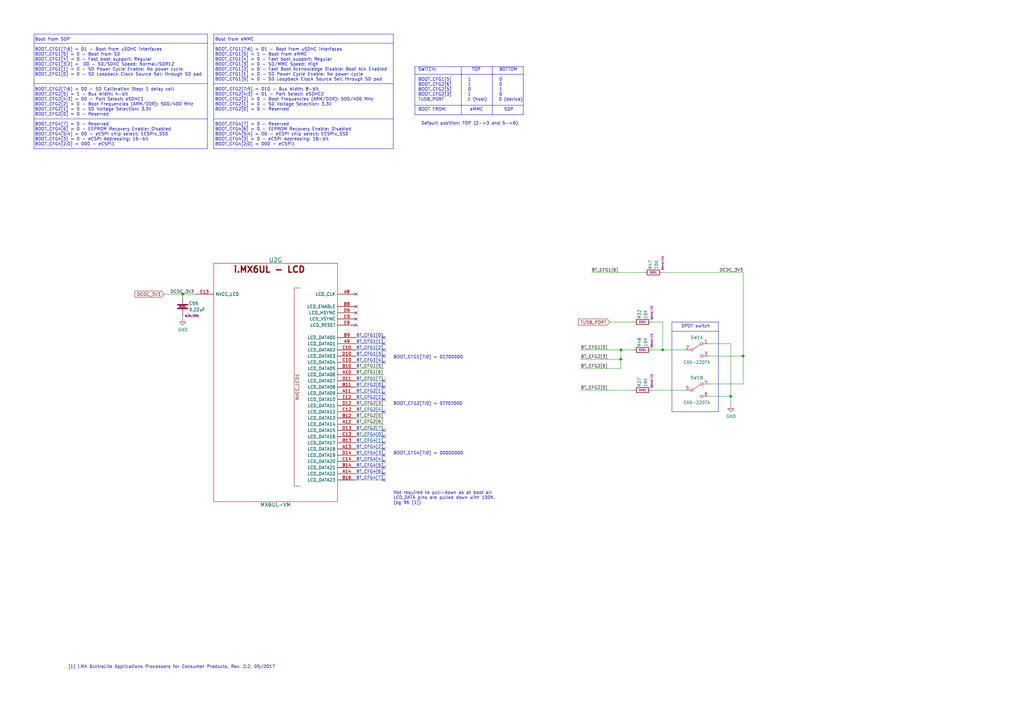
<source format=kicad_sch>
(kicad_sch (version 20230121) (generator eeschema)
  (paper "A3")
  (title_block (title "USB armory Mk II LAN") (date "2023-10-02") (rev "β") (company "WithSecure") (comment 1 "Copyright © WithSecure Corporation") (comment 2 "License: CERN-OHL-S") (comment 3 "https://github.com/usbarmory/usbarmory"))
  (lib_symbols
    (symbol "Device:C" (pin_numbers hide) (pin_names (offset 0.254))
      (property "Reference" "C" (at 0.635 2.54 0))
      (property "Value" "C" (at 0.635 -2.54 0))
      (symbol "C_0_1"
        (polyline (pts (xy -2.032 -0.762) (xy 2.032 -0.762)) (stroke (width 0.508)))
        (polyline (pts (xy -2.032 0.762) (xy 2.032 0.762)) (stroke (width 0.508)))
      )
      (symbol "C_1_1"
        (pin passive line (at 0 3.81 270) (length 2.794) (name "~") (number "1"))
        (pin passive line (at 0 -3.81 90) (length 2.794) (name "~") (number "2"))
      )
    )
    (symbol "Device:R" (pin_numbers hide) (pin_names (offset 0))
      (property "Reference" "R" (at 2.032 0 90))
      (property "Value" "R" (at 0 0 90))
      (symbol "R_0_1"
        (rectangle (start -1.016 -2.54) (end 1.016 2.54) (stroke (width 0.254)))
      )
      (symbol "R_1_1"
        (pin passive line (at 0 3.81 270) (length 1.27) (name "~") (number "1"))
        (pin passive line (at 0 -3.81 90) (length 1.27) (name "~") (number "2"))
      )
    )
    (symbol "Power:GND" (power) (pin_names (offset 0))
      (property "Value" "GND" (at 0 -3.81 0))
      (symbol "GND_0_1"
        (polyline (pts (xy 0 0) (xy 0 -1.27) (xy 1.27 -1.27) (xy 0 -2.54) (xy -1.27 -1.27) (xy 0 -1.27)))
      )
      (symbol "GND_1_1"
        (pin power_in line (at 0 0 270) (length 0) hide (name "GND") (number "1"))
      )
    )
    (symbol "Switch:SW_DPDT_x2" (pin_names (offset 0) hide)
      (property "Reference" "SW" (at 0 4.318 0))
      (property "Value" "SW_DPDT_x2" (at 0 -5.08 0))
      (symbol "SW_DPDT_x2_0_0"
        (circle (center -2.032 0) (radius 0.508))
        (circle (center 2.032 -2.54) (radius 0.508))
      )
      (symbol "SW_DPDT_x2_0_1"
        (polyline (pts (xy -1.524 0.254) (xy 1.651 2.286)))
        (circle (center 2.032 2.54) (radius 0.508))
      )
      (symbol "SW_DPDT_x2_1_1"
        (pin passive line (at 5.08 2.54 180) (length 2.54) (name "A") (number "1"))
        (pin passive line (at -5.08 0 0) (length 2.54) (name "B") (number "2"))
        (pin passive line (at 5.08 -2.54 180) (length 2.54) (name "C") (number "3"))
      )
      (symbol "SW_DPDT_x2_2_1"
        (pin passive line (at 5.08 2.54 180) (length 2.54) (name "A") (number "4"))
        (pin passive line (at -5.08 0 0) (length 2.54) (name "B") (number "5"))
        (pin passive line (at 5.08 -2.54 180) (length 2.54) (name "C") (number "6"))
      )
    )
    (symbol "armory-mkII:MX6UL-VM" (pin_names (offset 0.762))
      (property "Reference" "U" (at 7.62 5.08 0))
      (property "Value" "MX6UL-VM" (at -5.08 5.08 0))
      (symbol "MX6UL-VM_1_0"
        (text "i.MX6UL - POWER" (at 0 -2.54 0) (effects (font (size 2.54 2.54) bold)))
      )
      (symbol "MX6UL-VM_1_1"
        (rectangle (start -25.4 0) (end 25.4 -132.08))
        (pin power_in line (at -33.02 -68.58 0) (length 7.62) (name "VSS1") (number "A1"))
        (pin power_in line (at -33.02 -71.12 0) (length 7.62) (name "VSS2") (number "A17"))
        (pin power_in line (at -33.02 -78.74 0) (length 7.62) (name "VSS5") (number "C11"))
        (pin power_in line (at -33.02 -81.28 0) (length 7.62) (name "VSS6") (number "C15"))
        (pin power_in line (at -33.02 -73.66 0) (length 7.62) (name "VSS3") (number "C3"))
        (pin power_in line (at -33.02 -76.2 0) (length 7.62) (name "VSS4") (number "C7"))
        (pin power_in line (at -33.02 -86.36 0) (length 7.62) (name "VSS8") (number "E11"))
        (pin power_in line (at -33.02 -83.82 0) (length 7.62) (name "VSS7") (number "E8"))
        (pin power_in line (at -33.02 -99.06 0) (length 7.62) (name "VSS13") (number "F10"))
        (pin power_in line (at -33.02 -101.6 0) (length 7.62) (name "VSS14") (number "F11"))
        (pin power_in line (at -33.02 -104.14 0) (length 7.62) (name "VSS15") (number "F12"))
        (pin power_in line (at -33.02 -88.9 0) (length 7.62) (name "VSS9") (number "F6"))
        (pin power_in line (at -33.02 -91.44 0) (length 7.62) (name "VSS10") (number "F7"))
        (pin power_in line (at -33.02 -93.98 0) (length 7.62) (name "VSS11") (number "F8"))
        (pin power_in line (at -33.02 -96.52 0) (length 7.62) (name "VSS12") (number "F9"))
        (pin passive line (at 33.02 -10.16 180) (length 7.62) (name "VDD_ARM_CAP2") (number "G10"))
        (pin passive line (at 33.02 -12.7 180) (length 7.62) (name "VDD_ARM_CAP3") (number "G11"))
        (pin power_in line (at -33.02 -114.3 0) (length 7.62) (name "VSS19") (number "G12"))
        (pin power_in line (at -33.02 -116.84 0) (length 7.62) (name "VSS20") (number "G15"))
        (pin power_in line (at -33.02 -106.68 0) (length 7.62) (name "VSS16") (number "G3"))
        (pin power_in line (at -33.02 -109.22 0) (length 7.62) (name "VSS17") (number "G5"))
        (pin power_in line (at -33.02 -111.76 0) (length 7.62) (name "VSS18") (number "G7"))
        (pin power_out line (at 33.02 -20.32 180) (length 7.62) (name "VDD_SOC_CAP1") (number "G8"))
        (pin power_out line (at 33.02 -7.62 180) (length 7.62) (name "VDD_ARM_CAP1") (number "G9"))
        (pin power_in line (at -33.02 -15.24 0) (length 7.62) (name "VDD_SOC_IN2") (number "H10"))
        (pin passive line (at 33.02 -15.24 180) (length 7.62) (name "VDD_ARM_CAP4") (number "H11"))
        (pin power_in line (at -33.02 -121.92 0) (length 7.62) (name "VSS22") (number "H12"))
        (pin power_in line (at -33.02 -119.38 0) (length 7.62) (name "VSS21") (number "H7"))
        (pin passive line (at 33.02 -22.86 180) (length 7.62) (name "VDD_SOC_CAP2") (number "H8"))
        (pin power_in line (at -33.02 -12.7 0) (length 7.62) (name "VDD_SOC_IN1") (number "H9"))
        (pin power_in line (at -33.02 -20.32 0) (length 7.62) (name "VDD_SOC_IN4") (number "J10"))
        (pin passive line (at 33.02 -27.94 180) (length 7.62) (name "VDD_SOC_CAP4") (number "J11"))
        (pin power_in line (at 33.02 -121.92 180) (length 7.62) (name "VSS25") (number "J12"))
        (pin power_in line (at -33.02 -124.46 0) (length 7.62) (name "VSS23") (number "J5"))
        (pin power_in line (at 33.02 -124.46 180) (length 7.62) (name "VSS24") (number "J7"))
        (pin passive line (at 33.02 -25.4 180) (length 7.62) (name "VDD_SOC_CAP3") (number "J8"))
        (pin power_in line (at -33.02 -17.78 0) (length 7.62) (name "VDD_SOC_IN3") (number "J9"))
        (pin power_in line (at -33.02 -25.4 0) (length 7.62) (name "VDD_SOC_IN6") (number "K10"))
        (pin passive line (at 33.02 -33.02 180) (length 7.62) (name "VDD_SOC_CAP6") (number "K11"))
        (pin power_in line (at 33.02 -116.84 180) (length 7.62) (name "VSS27") (number "K12"))
        (pin power_in line (at 33.02 -119.38 180) (length 7.62) (name "VSS26") (number "K7"))
        (pin passive line (at 33.02 -30.48 180) (length 7.62) (name "VDD_SOC_CAP5") (number "K8"))
        (pin power_in line (at -33.02 -22.86 0) (length 7.62) (name "VDD_SOC_IN5") (number "K9"))
        (pin passive line (at 33.02 -40.64 180) (length 7.62) (name "VDD_SOC_CAP9") (number "L10"))
        (pin passive line (at 33.02 -43.18 180) (length 7.62) (name "VDD_SOC_CAP10") (number "L11"))
        (pin power_in line (at 33.02 -109.22 180) (length 7.62) (name "VSS30") (number "L12"))
        (pin power_in line (at 33.02 -114.3 180) (length 7.62) (name "VSS28") (number "L3"))
        (pin power_in line (at 33.02 -111.76 180) (length 7.62) (name "VSS29") (number "L7"))
        (pin passive line (at 33.02 -35.56 180) (length 7.62) (name "VDD_SOC_CAP7") (number "L8"))
        (pin passive line (at 33.02 -38.1 180) (length 7.62) (name "VDD_SOC_CAP8") (number "L9"))
        (pin power_in line (at 33.02 -99.06 180) (length 7.62) (name "VSS34") (number "M10"))
        (pin power_in line (at 33.02 -96.52 180) (length 7.62) (name "VSS35") (number "M11"))
        (pin power_in line (at -33.02 -66.04 0) (length 7.62) (name "NGND_KEL0") (number "M12"))
        (pin power_in line (at 33.02 -106.68 180) (length 7.62) (name "VSS31") (number "M7"))
        (pin power_in line (at 33.02 -104.14 180) (length 7.62) (name "VSS32") (number "M8"))
        (pin power_in line (at 33.02 -101.6 180) (length 7.62) (name "VSS33") (number "M9"))
        (pin power_out line (at 33.02 -60.96 180) (length 7.62) (name "VDD_SNVS_CAP") (number "N12"))
        (pin power_in line (at -33.02 -40.64 0) (length 7.62) (name "VDD_HIGH_IN") (number "N13"))
        (pin power_in line (at 33.02 -93.98 180) (length 7.62) (name "VSS36") (number "N3"))
        (pin power_in line (at 33.02 -91.44 180) (length 7.62) (name "VSS37") (number "N5"))
        (pin power_in line (at -33.02 -50.8 0) (length 7.62) (name "VDD_SNVS_IN") (number "P12"))
        (pin power_out line (at 33.02 -55.88 180) (length 7.62) (name "NVCC_PLL") (number "P13"))
        (pin power_in line (at 33.02 -81.28 180) (length 7.62) (name "VSS41") (number "R11"))
        (pin power_out line (at 33.02 -48.26 180) (length 7.62) (name "VDD_HIGH_CAP1") (number "R14"))
        (pin passive line (at 33.02 -50.8 180) (length 7.62) (name "VDD_HIGH_CAP2") (number "R15"))
        (pin power_in line (at 33.02 -78.74 180) (length 7.62) (name "VSS42") (number "R16"))
        (pin power_in line (at 33.02 -76.2 180) (length 7.62) (name "VSS43") (number "R17"))
        (pin power_in line (at 33.02 -88.9 180) (length 7.62) (name "VSS38") (number "R3"))
        (pin power_in line (at 33.02 -86.36 180) (length 7.62) (name "VSS39") (number "R5"))
        (pin power_in line (at 33.02 -83.82 180) (length 7.62) (name "VSS40") (number "R7"))
        (pin power_in line (at 33.02 -73.66 180) (length 7.62) (name "VSS44") (number "T14"))
        (pin power_in line (at 33.02 -71.12 180) (length 7.62) (name "VSS45") (number "U1"))
        (pin power_in line (at 33.02 -68.58 180) (length 7.62) (name "VSS46") (number "U14"))
        (pin power_in line (at 33.02 -66.04 180) (length 7.62) (name "VSS47") (number "U17"))
      )
      (symbol "MX6UL-VM_2_0"
        (text "i.MX6UL - DDR" (at -1.27 -2.54 0) (effects (font (size 2.54 2.54) bold)))
      )
      (symbol "MX6UL-VM_2_1"
        (rectangle (start -25.4 0) (end 25.4 -114.3))
        (pin output line (at 33.02 -73.66 180) (length 7.62) (name "DRAM_ODT1") (number "F1"))
        (pin output line (at -33.02 -48.26 0) (length 7.62) (name "DRAM_ADDR14") (number "G1"))
        (pin output line (at -33.02 -27.94 0) (length 7.62) (name "DRAM_ADDR06") (number "G2"))
        (pin output line (at -33.02 -91.44 0) (length 7.62) (name "DRAM_RESET") (number "G4"))
        (pin power_in line (at 33.02 -88.9 180) (length 7.62) (name "NVCC_DRAM1") (number "G6"))
        (pin output line (at -33.02 -58.42 0) (length 7.62) (name "DRAM_SDBA1") (number "H1"))
        (pin output line (at -33.02 -15.24 0) (length 7.62) (name "DRAM_ADDR01") (number "H2"))
        (pin output line (at -33.02 -45.72 0) (length 7.62) (name "DRAM_ADDR13") (number "H3"))
        (pin output line (at -33.02 -30.48 0) (length 7.62) (name "DRAM_ADDR07") (number "H4"))
        (pin output inverted (at -33.02 -68.58 0) (length 7.62) (name "~{DRAM_CS1}") (number "H5"))
        (pin power_in line (at 33.02 -91.44 180) (length 7.62) (name "NVCC_DRAM2") (number "H6"))
        (pin output inverted (at -33.02 -78.74 0) (length 7.62) (name "~{DRAM_SDWE}") (number "J1"))
        (pin output inverted (at -33.02 -76.2 0) (length 7.62) (name "~{DRAM_CAS}") (number "J2"))
        (pin output line (at 33.02 -81.28 180) (length 7.62) (name "DRAM_SDCKE1") (number "J3"))
        (pin output line (at -33.02 -33.02 0) (length 7.62) (name "DRAM_ADDR08") (number "J4"))
        (pin power_in line (at 33.02 -93.98 180) (length 7.62) (name "NVCC_DRAM3") (number "J6"))
        (pin output line (at -33.02 -17.78 0) (length 7.62) (name "DRAM_ADDR02") (number "K1"))
        (pin output line (at -33.02 -60.96 0) (length 7.62) (name "DRAM_SDBA2") (number "K2"))
        (pin output line (at -33.02 -40.64 0) (length 7.62) (name "DRAM_ADDR11") (number "K3"))
        (pin output line (at -33.02 -22.86 0) (length 7.62) (name "DRAM_ADDR04") (number "K4"))
        (pin output line (at -33.02 -50.8 0) (length 7.62) (name "DRAM_ADDR15") (number "K5"))
        (pin power_in line (at 33.02 -96.52 180) (length 7.62) (name "NVCC_DRAM4") (number "K6"))
        (pin output line (at -33.02 -25.4 0) (length 7.62) (name "DRAM_ADDR05") (number "L1"))
        (pin output line (at -33.02 -35.56 0) (length 7.62) (name "DRAM_ADDR09") (number "L2"))
        (pin output line (at -33.02 -43.18 0) (length 7.62) (name "DRAM_ADDR12") (number "L4"))
        (pin output line (at -33.02 -12.7 0) (length 7.62) (name "DRAM_ADDR00") (number "L5"))
        (pin power_in line (at 33.02 -99.06 180) (length 7.62) (name "NVCC_DRAM5") (number "L6"))
        (pin output line (at -33.02 -55.88 0) (length 7.62) (name "DRAM_SDBA0") (number "M1"))
        (pin output line (at -33.02 -20.32 0) (length 7.62) (name "DRAM_ADDR03") (number "M2"))
        (pin output line (at 33.02 -83.82 180) (length 7.62) (name "DRAM_SDCKE0") (number "M3"))
        (pin output line (at -33.02 -38.1 0) (length 7.62) (name "DRAM_ADDR10") (number "M4"))
        (pin output inverted (at -33.02 -73.66 0) (length 7.62) (name "~{DRAM_RAS}") (number "M5"))
        (pin power_in line (at 33.02 -101.6 180) (length 7.62) (name "NVCC_DRAM6") (number "M6"))
        (pin output line (at 33.02 -76.2 180) (length 7.62) (name "DRAM_ODT0") (number "N1"))
        (pin output inverted (at -33.02 -66.04 0) (length 7.62) (name "~{DRAM_CS0}") (number "N2"))
        (pin input line (at -33.02 -96.52 0) (length 7.62) (name "DRAM_ZQPAD") (number "N4"))
        (pin power_in line (at -33.02 -101.6 0) (length 7.62) (name "NVCC_DRAM_2P5") (number "N6"))
        (pin output line (at -33.02 -83.82 0) (length 7.62) (name "DRAM_SDCLK0_P") (number "P1"))
        (pin output line (at -33.02 -86.36 0) (length 7.62) (name "DRAM_SDCLK0_N") (number "P2"))
        (pin bidirectional line (at 33.02 -55.88 180) (length 7.62) (name "DRAM_DATA13") (number "P3"))
        (pin power_in line (at -33.02 -106.68 0) (length 7.62) (name "DRAM_VREF") (number "P4"))
        (pin bidirectional line (at 33.02 -53.34 180) (length 7.62) (name "DRAM_DATA12") (number "P5"))
        (pin output line (at 33.02 -33.02 180) (length 7.62) (name "DRAM_SDQS0_P") (number "P6"))
        (pin output line (at 33.02 -35.56 180) (length 7.62) (name "DRAM_SDQS0_N") (number "P7"))
        (pin bidirectional line (at 33.02 -60.96 180) (length 7.62) (name "DRAM_DATA15") (number "R1"))
        (pin bidirectional line (at 33.02 -58.42 180) (length 7.62) (name "DRAM_DATA14") (number "R2"))
        (pin bidirectional line (at 33.02 -50.8 180) (length 7.62) (name "DRAM_DATA11") (number "R4"))
        (pin output line (at 33.02 -63.5 180) (length 7.62) (name "DRAM_SDQS1_P") (number "T1"))
        (pin output line (at 33.02 -66.04 180) (length 7.62) (name "DRAM_SDQS1_N") (number "T2"))
        (pin output line (at 33.02 -68.58 180) (length 7.62) (name "DRAM_DQM1") (number "T3"))
        (pin bidirectional line (at 33.02 -12.7 180) (length 7.62) (name "DRAM_DATA00") (number "T4"))
        (pin bidirectional line (at 33.02 -27.94 180) (length 7.62) (name "DRAM_DATA06") (number "T5"))
        (pin bidirectional line (at 33.02 -17.78 180) (length 7.62) (name "DRAM_DATA02") (number "T6"))
        (pin output line (at 33.02 -38.1 180) (length 7.62) (name "DRAM_DQM0") (number "T7"))
        (pin bidirectional line (at 33.02 -25.4 180) (length 7.62) (name "DRAM_DATA05") (number "T8"))
        (pin bidirectional line (at 33.02 -43.18 180) (length 7.62) (name "DRAM_DATA08") (number "U2"))
        (pin bidirectional line (at 33.02 -45.72 180) (length 7.62) (name "DRAM_DATA09") (number "U3"))
        (pin bidirectional line (at 33.02 -30.48 180) (length 7.62) (name "DRAM_DATA07") (number "U4"))
        (pin bidirectional line (at 33.02 -48.26 180) (length 7.62) (name "DRAM_DATA10") (number "U5"))
        (pin bidirectional line (at 33.02 -15.24 180) (length 7.62) (name "DRAM_DATA01") (number "U6"))
        (pin bidirectional line (at 33.02 -20.32 180) (length 7.62) (name "DRAM_DATA03") (number "U7"))
        (pin bidirectional line (at 33.02 -22.86 180) (length 7.62) (name "DRAM_DATA04") (number "U8"))
      )
      (symbol "MX6UL-VM_3_0"
        (text "i.MX6UL - NAND" (at -2.54 -2.54 0) (effects (font (size 2.54 2.54) bold)))
        (text "NVCC_NAND" (at 8.89 -34.29 900) (effects (font (size 1.27 1.27))))
      )
      (symbol "MX6UL-VM_3_1"
        (rectangle (start -25.4 0) (end 25.4 -64.77))
        (polyline (pts (xy 10.16 -10.16) (xy 7.62 -10.16) (xy 7.62 -60.96) (xy 10.16 -60.96)))
        (pin input inverted (at 33.02 -33.02 180) (length 7.62) (name "~{NAND_READY}") (number "A3"))
        (pin input line (at 33.02 -22.86 180) (length 7.62) (name "NAND_CLE") (number "A4"))
        (pin bidirectional line (at 33.02 -58.42 180) (length 7.62) (name "NAND_DATA07") (number "A5"))
        (pin bidirectional line (at 33.02 -55.88 180) (length 7.62) (name "NAND_DATA06") (number "A6"))
        (pin bidirectional line (at 33.02 -45.72 180) (length 7.62) (name "NAND_DATA02") (number "A7"))
        (pin input line (at 33.02 -20.32 180) (length 7.62) (name "NAND_ALE") (number "B4"))
        (pin input inverted (at 33.02 -15.24 180) (length 7.62) (name "~{NAND_CE1}") (number "B5"))
        (pin bidirectional line (at 33.02 -53.34 180) (length 7.62) (name "NAND_DATA05") (number "B6"))
        (pin bidirectional line (at 33.02 -43.18 180) (length 7.62) (name "NAND_DATA01") (number "B7"))
        (pin input inverted (at 33.02 -12.7 180) (length 7.62) (name "~{NAND_CE0}") (number "C5"))
        (pin bidirectional line (at 33.02 -50.8 180) (length 7.62) (name "NAND_DATA04") (number "C6"))
        (pin input inverted (at 33.02 -27.94 180) (length 7.62) (name "~{NAND_WE}") (number "C8"))
        (pin input inverted (at 33.02 -30.48 180) (length 7.62) (name "~{NAND_WP}") (number "D5"))
        (pin bidirectional line (at 33.02 -48.26 180) (length 7.62) (name "NAND_DATA03") (number "D6"))
        (pin bidirectional line (at 33.02 -40.64 180) (length 7.62) (name "NAND_DATA00") (number "D7"))
        (pin input inverted (at 33.02 -25.4 180) (length 7.62) (name "~{NAND_RE}") (number "D8"))
        (pin input line (at 33.02 -35.56 180) (length 7.62) (name "NAND_DQS") (number "E6"))
        (pin power_in line (at -33.02 -12.7 0) (length 7.62) (name "NVCC_NAND") (number "E7"))
      )
      (symbol "MX6UL-VM_4_0"
        (text "i.MX6UL - CSI" (at -2.54 -2.54 0) (effects (font (size 2.54 2.54) bold)))
        (text "NVCC_CSI" (at 8.89 -29.21 900) (effects (font (size 1.27 1.27))))
      )
      (symbol "MX6UL-VM_4_1"
        (rectangle (start -25.4 0) (end 25.4 -55.88))
        (polyline (pts (xy 10.16 -10.16) (xy 7.62 -10.16) (xy 7.62 -48.26) (xy 8.89 -48.26) (xy 10.16 -48.26)))
        (pin bidirectional line (at 33.02 -45.72 180) (length 7.62) (name "CSI_DATA07") (number "D1"))
        (pin bidirectional line (at 33.02 -43.18 180) (length 7.62) (name "CSI_DATA06") (number "D2"))
        (pin bidirectional line (at 33.02 -40.64 180) (length 7.62) (name "CSI_DATA05") (number "D3"))
        (pin bidirectional line (at 33.02 -38.1 180) (length 7.62) (name "CSI_DATA04") (number "D4"))
        (pin bidirectional line (at 33.02 -35.56 180) (length 7.62) (name "CSI_DATA03") (number "E1"))
        (pin bidirectional line (at 33.02 -33.02 180) (length 7.62) (name "CSI_DATA02") (number "E2"))
        (pin bidirectional line (at 33.02 -30.48 180) (length 7.62) (name "CSI_DATA01") (number "E3"))
        (pin bidirectional line (at 33.02 -27.94 180) (length 7.62) (name "CSI_DATA00") (number "E4"))
        (pin input line (at 33.02 -15.24 180) (length 7.62) (name "CSI_PIXCLK") (number "E5"))
        (pin input line (at 33.02 -20.32 180) (length 7.62) (name "CSI_VSYNC") (number "F2"))
        (pin input line (at 33.02 -22.86 180) (length 7.62) (name "CSI_HSYNC") (number "F3"))
        (pin power_in line (at -33.02 -12.7 0) (length 7.62) (name "NVCC_CSI") (number "F4"))
        (pin input line (at 33.02 -12.7 180) (length 7.62) (name "CSI_MCLK") (number "F5"))
      )
      (symbol "MX6UL-VM_5_0"
        (text "i.MX6UL - GPIO" (at -2.54 -2.54 0) (effects (font (size 2.54 2.54) bold)))
        (text "NVCC_GPIO" (at 8.89 -24.13 900) (effects (font (size 1.27 1.27))))
      )
      (symbol "MX6UL-VM_5_1"
        (rectangle (start -25.4 0) (end 25.4 -46.99))
        (polyline (pts (xy 10.16 -10.16) (xy 7.62 -10.16) (xy 7.62 -38.1) (xy 8.89 -38.1) (xy 10.16 -38.1)))
        (pin power_in line (at -33.02 -12.7 0) (length 7.62) (name "NVCC_GPIO") (number "J13"))
        (pin bidirectional line (at 33.02 -12.7 180) (length 7.62) (name "GPIO1_IO00") (number "K13"))
        (pin bidirectional line (at 33.02 -27.94 180) (length 7.62) (name "GPIO1_IO06") (number "K17"))
        (pin bidirectional line (at 33.02 -17.78 180) (length 7.62) (name "GPIO1_IO02") (number "L14"))
        (pin bidirectional line (at 33.02 -15.24 180) (length 7.62) (name "GPIO1_IO01") (number "L15"))
        (pin bidirectional line (at 33.02 -30.48 180) (length 7.62) (name "GPIO1_IO07") (number "L16"))
        (pin bidirectional line (at 33.02 -20.32 180) (length 7.62) (name "GPIO1_IO03") (number "L17"))
        (pin bidirectional line (at 33.02 -35.56 180) (length 7.62) (name "GPIO1_IO09") (number "M15"))
        (pin bidirectional line (at 33.02 -22.86 180) (length 7.62) (name "GPIO1_IO04") (number "M16"))
        (pin bidirectional line (at 33.02 -25.4 180) (length 7.62) (name "GPIO1_IO05") (number "M17"))
        (pin bidirectional line (at 33.02 -33.02 180) (length 7.62) (name "GPIO1_IO08") (number "N17"))
      )
      (symbol "MX6UL-VM_6_0"
        (text "i.MX6UL - ENET" (at -2.54 -2.54 0) (effects (font (size 2.54 2.54) bold)))
        (text "NVCC_ENET" (at 6.35 -35.56 900) (effects (font (size 1.27 1.27))))
      )
      (symbol "MX6UL-VM_6_1"
        (rectangle (start -25.4 0) (end 25.4 -59.69))
        (polyline (pts (xy 7.62 -10.16) (xy 5.08 -10.16) (xy 5.08 -55.88) (xy 7.62 -55.88)))
        (pin bidirectional line (at 33.02 -35.56 180) (length 7.62) (name "ENET2_TX_DATA0") (number "A15"))
        (pin bidirectional line (at 33.02 -38.1 180) (length 7.62) (name "ENET2_TX_DATA1") (number "A16"))
        (pin bidirectional line (at 33.02 -40.64 180) (length 7.62) (name "ENET2_TX_EN") (number "B15"))
        (pin bidirectional line (at 33.02 -53.34 180) (length 7.62) (name "ENET2_RX_EN") (number "B17"))
        (pin bidirectional line (at 33.02 -48.26 180) (length 7.62) (name "ENET2_RX_DATA1") (number "C16"))
        (pin bidirectional line (at 33.02 -45.72 180) (length 7.62) (name "ENET2_RX_DATA0") (number "C17"))
        (pin bidirectional line (at 33.02 -27.94 180) (length 7.62) (name "ENET1_RX_ER") (number "D15"))
        (pin bidirectional line (at 33.02 -50.8 180) (length 7.62) (name "ENET2_RX_ER") (number "D16"))
        (pin bidirectional line (at 33.02 -43.18 180) (length 7.62) (name "ENET2_TX_CLK") (number "D17"))
        (pin bidirectional line (at 33.02 -15.24 180) (length 7.62) (name "ENET1_TX_DATA1") (number "E14"))
        (pin bidirectional line (at 33.02 -12.7 180) (length 7.62) (name "ENET1_TX_DATA0") (number "E15"))
        (pin bidirectional line (at 33.02 -30.48 180) (length 7.62) (name "ENET1_RX_EN") (number "E16"))
        (pin bidirectional line (at 33.02 -25.4 180) (length 7.62) (name "ENET1_RX_DATA1") (number "E17"))
        (pin power_in line (at -33.02 -12.7 0) (length 7.62) (name "NVCC_ENET") (number "F13"))
        (pin bidirectional line (at 33.02 -20.32 180) (length 7.62) (name "ENET1_TX_CLK") (number "F14"))
        (pin bidirectional line (at 33.02 -17.78 180) (length 7.62) (name "ENET1_TX_EN") (number "F15"))
        (pin bidirectional line (at 33.02 -22.86 180) (length 7.62) (name "ENET1_RX_DATA0") (number "F16"))
      )
      (symbol "MX6UL-VM_7_0"
        (text "i.MX6UL - LCD" (at -2.54 -2.54 0) (effects (font (size 2.54 2.54) bold)))
        (text "NVCC_LCD1" (at 8.89 -50.8 900) (effects (font (size 1.27 1.27))))
      )
      (symbol "MX6UL-VM_7_1"
        (rectangle (start -25.4 0) (end 25.4 -97.79))
        (polyline (pts (xy 10.16 -10.16) (xy 7.62 -10.16) (xy 7.62 -91.44) (xy 10.16 -91.44)))
        (pin bidirectional line (at 33.02 -45.72 180) (length 7.62) (name "LCD_DATA06") (number "A10"))
        (pin bidirectional line (at 33.02 -53.34 180) (length 7.62) (name "LCD_DATA09") (number "A11"))
        (pin bidirectional line (at 33.02 -66.04 180) (length 7.62) (name "LCD_DATA14") (number "A12"))
        (pin bidirectional line (at 33.02 -76.2 180) (length 7.62) (name "LCD_DATA18") (number "A13"))
        (pin bidirectional line (at 33.02 -86.36 180) (length 7.62) (name "LCD_DATA22") (number "A14"))
        (pin bidirectional line (at 33.02 -12.7 180) (length 7.62) (name "LCD_CLK") (number "A8"))
        (pin bidirectional line (at 33.02 -33.02 180) (length 7.62) (name "LCD_DATA01") (number "A9"))
        (pin bidirectional line (at 33.02 -43.18 180) (length 7.62) (name "LCD_DATA05") (number "B10"))
        (pin bidirectional line (at 33.02 -50.8 180) (length 7.62) (name "LCD_DATA08") (number "B11"))
        (pin bidirectional line (at 33.02 -63.5 180) (length 7.62) (name "LCD_DATA13") (number "B12"))
        (pin bidirectional line (at 33.02 -73.66 180) (length 7.62) (name "LCD_DATA17") (number "B13"))
        (pin bidirectional line (at 33.02 -83.82 180) (length 7.62) (name "LCD_DATA21") (number "B14"))
        (pin bidirectional line (at 33.02 -88.9 180) (length 7.62) (name "LCD_DATA23") (number "B16"))
        (pin bidirectional line (at 33.02 -17.78 180) (length 7.62) (name "LCD_ENABLE") (number "B8"))
        (pin bidirectional line (at 33.02 -30.48 180) (length 7.62) (name "LCD_DATA00") (number "B9"))
        (pin bidirectional line (at 33.02 -40.64 180) (length 7.62) (name "LCD_DATA04") (number "C10"))
        (pin bidirectional line (at 33.02 -60.96 180) (length 7.62) (name "LCD_DATA12") (number "C12"))
        (pin bidirectional line (at 33.02 -71.12 180) (length 7.62) (name "LCD_DATA16") (number "C13"))
        (pin bidirectional line (at 33.02 -81.28 180) (length 7.62) (name "LCD_DATA20") (number "C14"))
        (pin bidirectional line (at 33.02 -22.86 180) (length 7.62) (name "LCD_VSYNC") (number "C9"))
        (pin bidirectional line (at 33.02 -38.1 180) (length 7.62) (name "LCD_DATA03") (number "D10"))
        (pin bidirectional line (at 33.02 -48.26 180) (length 7.62) (name "LCD_DATA07") (number "D11"))
        (pin bidirectional line (at 33.02 -58.42 180) (length 7.62) (name "LCD_DATA11") (number "D12"))
        (pin bidirectional line (at 33.02 -68.58 180) (length 7.62) (name "LCD_DATA15") (number "D13"))
        (pin bidirectional line (at 33.02 -78.74 180) (length 7.62) (name "LCD_DATA19") (number "D14"))
        (pin bidirectional line (at 33.02 -20.32 180) (length 7.62) (name "LCD_HSYNC") (number "D9"))
        (pin bidirectional line (at 33.02 -35.56 180) (length 7.62) (name "LCD_DATA02") (number "E10"))
        (pin bidirectional line (at 33.02 -55.88 180) (length 7.62) (name "LCD_DATA10") (number "E12"))
        (pin power_in line (at -33.02 -12.7 0) (length 7.62) (name "NVCC_LCD") (number "E13"))
        (pin bidirectional line (at 33.02 -25.4 180) (length 7.62) (name "LCD_RESET") (number "E9"))
      )
      (symbol "MX6UL-VM_8_0"
        (text "i.MX6UL - USB" (at -2.54 -2.54 0) (effects (font (size 2.54 2.54) bold)))
      )
      (symbol "MX6UL-VM_8_1"
        (rectangle (start -25.4 0) (end 25.4 -48.26))
        (pin power_out line (at 33.02 -26.67 180) (length 7.62) (name "VDD_USB_CAP") (number "R12"))
        (pin power_in line (at -33.02 -12.7 0) (length 7.62) (name "USB_OTG1_VBUS") (number "T12"))
        (pin bidirectional line (at 33.02 -35.56 180) (length 7.62) (name "USB_OTG2_DN") (number "T13"))
        (pin bidirectional line (at 33.02 -12.7 180) (length 7.62) (name "USB_OTG1_DN") (number "T15"))
        (pin power_in line (at -33.02 -35.56 0) (length 7.62) (name "USB_OTG2_VBUS") (number "U12"))
        (pin bidirectional line (at 33.02 -38.1 180) (length 7.62) (name "USB_OTG2_DP") (number "U13"))
        (pin bidirectional line (at 33.02 -15.24 180) (length 7.62) (name "USB_OTG1_DP") (number "U15"))
        (pin bidirectional inverted (at 33.02 -17.78 180) (length 7.62) (name "~{USB_OTG1_CHD}") (number "U16"))
      )
      (symbol "MX6UL-VM_9_0"
        (text "i.MX6UL - SD" (at 0 -2.54 0) (effects (font (size 2.54 2.54) bold)))
        (text "NVCC_SD1" (at 10.16 -20.32 900) (effects (font (size 1.27 1.27))))
      )
      (symbol "MX6UL-VM_9_1"
        (rectangle (start -25.4 0) (end 25.4 -38.1))
        (polyline (pts (xy 11.43 -10.16) (xy 8.89 -10.16) (xy 8.89 -30.48) (xy 11.43 -30.48)))
        (pin bidirectional line (at 33.02 -27.94 180) (length 7.62) (name "SD1_DATA3") (number "A2"))
        (pin bidirectional line (at 33.02 -25.4 180) (length 7.62) (name "SD1_DATA2") (number "B1"))
        (pin bidirectional line (at 33.02 -22.86 180) (length 7.62) (name "SD1_DATA1") (number "B2"))
        (pin bidirectional line (at 33.02 -20.32 180) (length 7.62) (name "SD1_DATA0") (number "B3"))
        (pin bidirectional line (at 33.02 -12.7 180) (length 7.62) (name "SD1_CLK") (number "C1"))
        (pin bidirectional line (at 33.02 -15.24 180) (length 7.62) (name "SD1_CMD") (number "C2"))
        (pin power_in line (at -33.02 -12.7 0) (length 7.62) (name "NVCC_SD1") (number "C4"))
      )
      (symbol "MX6UL-VM_10_0"
        (text "i.MX6UL - ADC" (at 0 -2.54 0) (effects (font (size 2.54 2.54) bold)))
      )
      (symbol "MX6UL-VM_10_1"
        (rectangle (start -25.4 0) (end 25.4 -38.1))
        (pin power_in line (at -33.02 -12.7 0) (length 7.62) (name "VDDA_ADC_3P3") (number "L13"))
        (pin power_in line (at -33.02 -22.86 0) (length 7.62) (name "ADC_VREFH") (number "M13"))
      )
      (symbol "MX6UL-VM_11_0"
        (polyline (pts (xy -17.78 -67.31) (xy -15.24 -67.31) (xy -15.24 -77.47) (xy -17.78 -77.47)))
        (polyline (pts (xy -15.24 -105.41) (xy -12.7 -105.41) (xy -12.7 -118.11) (xy -15.24 -118.11)))
        (polyline (pts (xy -12.7 -81.28) (xy -10.16 -81.28) (xy -10.16 -99.06) (xy -12.7 -99.06)))
        (polyline (pts (xy -5.08 -10.16) (xy -2.54 -10.16) (xy -2.54 -63.5) (xy -5.08 -63.5)))
        (polyline (pts (xy 7.62 -60.96) (xy 5.08 -60.96) (xy 5.08 -114.3) (xy 7.62 -114.3)))
        (text "i.MX6UL - CONTROL" (at 1.27 -2.54 0) (effects (font (size 2.54 2.54) bold)))
        (text "NVCC_GPIO" (at 10.16 -19.05 900) (effects (font (size 1.27 1.27))))
        (text "NVCC_PLL" (at -16.51 -72.39 900) (effects (font (size 1.27 1.27))))
        (text "NVCC_UART" (at 6.35 -86.36 900) (effects (font (size 1.27 1.27))))
        (text "VDD_SNVS_CAP" (at -11.43 -90.17 900) (effects (font (size 1.27 1.27))))
        (text "VDD_SNVS_IN" (at -3.81 -36.83 900) (effects (font (size 1.27 1.27))))
        (text "VDDHIGH_CAP" (at 10.16 -39.37 900) (effects (font (size 1.27 1.27))))
        (text "VDDHIGH_IN" (at -13.97 -111.76 900) (effects (font (size 1.27 1.27))))
      )
      (symbol "MX6UL-VM_11_1"
        (rectangle (start -25.4 0) (end 25.4 -121.92))
        (polyline (pts (xy 11.43 -31.75) (xy 8.89 -31.75) (xy 8.89 -46.99) (xy 10.16 -46.99) (xy 11.43 -46.99)))
        (polyline (pts (xy 11.43 -10.16) (xy 8.89 -10.16) (xy 8.89 -27.94) (xy 10.16 -27.94) (xy 11.43 -27.94)))
        (pin bidirectional line (at 33.02 -109.22 180) (length 7.62) (name "UART5_TX_DATA") (number "F17"))
        (pin bidirectional line (at 33.02 -111.76 180) (length 7.62) (name "UART5_RX_DATA") (number "G13"))
        (pin bidirectional inverted (at 33.02 -93.98 180) (length 7.62) (name "~{UART3_RTS}") (number "G14"))
        (pin bidirectional line (at 33.02 -104.14 180) (length 7.62) (name "UART4_RX_DATA") (number "G16"))
        (pin bidirectional line (at 33.02 -101.6 180) (length 7.62) (name "UART4_TX_DATA") (number "G17"))
        (pin power_in line (at 33.02 -53.34 180) (length 7.62) (name "NVCC_UART") (number "H13"))
        (pin bidirectional inverted (at 33.02 -81.28 180) (length 7.62) (name "~{UART2_RTS}") (number "H14"))
        (pin bidirectional inverted (at 33.02 -96.52 180) (length 7.62) (name "~{UART3_CTS}") (number "H15"))
        (pin bidirectional line (at 33.02 -91.44 180) (length 7.62) (name "UART3_RX_DATA") (number "H16"))
        (pin bidirectional line (at 33.02 -88.9 180) (length 7.62) (name "UART3_TX_DATA") (number "H17"))
        (pin bidirectional inverted (at 33.02 -68.58 180) (length 7.62) (name "~{UART1_RTS}") (number "J14"))
        (pin bidirectional inverted (at 33.02 -83.82 180) (length 7.62) (name "~{UART2_CTS}") (number "J15"))
        (pin bidirectional line (at 33.02 -78.74 180) (length 7.62) (name "UART2_RX_DATA") (number "J16"))
        (pin bidirectional line (at 33.02 -76.2 180) (length 7.62) (name "UART2_TX_DATA") (number "J17"))
        (pin bidirectional line (at 33.02 -63.5 180) (length 7.62) (name "UART1_TX_DATA") (number "K14"))
        (pin bidirectional inverted (at 33.02 -71.12 180) (length 7.62) (name "~{UART1_CTS}") (number "K15"))
        (pin bidirectional line (at 33.02 -66.04 180) (length 7.62) (name "UART1_RX_DATA") (number "K16"))
        (pin bidirectional line (at 33.02 -12.7 180) (length 7.62) (name "JTAG_TCK") (number "M14"))
        (pin input line (at -33.02 -48.26 0) (length 7.62) (name "SNVS_TAMPER7") (number "N10"))
        (pin input line (at -33.02 -45.72 0) (length 7.62) (name "SNVS_TAMPER6") (number "N11"))
        (pin input inverted (at 33.02 -22.86 180) (length 7.62) (name "~{JTAG_TRST}") (number "N14"))
        (pin bidirectional line (at 33.02 -20.32 180) (length 7.62) (name "JTAG_TDO") (number "N15"))
        (pin input line (at 33.02 -17.78 180) (length 7.62) (name "JTAG_TDI") (number "N16"))
        (pin input line (at -33.02 -25.4 0) (length 7.62) (name "TEST_MODE") (number "N7"))
        (pin input line (at -33.02 -43.18 0) (length 7.62) (name "SNVS_TAMPER5") (number "N8"))
        (pin input line (at -33.02 -50.8 0) (length 7.62) (name "SNVS_TAMPER8") (number "N9"))
        (pin input line (at -33.02 -38.1 0) (length 7.62) (name "SNVS_TAMPER3") (number "P10"))
        (pin input line (at -33.02 -35.56 0) (length 7.62) (name "SNVS_TAMPER2") (number "P11"))
        (pin bidirectional line (at 33.02 -15.24 180) (length 7.62) (name "JTAG_TMS") (number "P14"))
        (pin bidirectional line (at 33.02 -25.4 180) (length 7.62) (name "JTAG_MOD") (number "P15"))
        (pin bidirectional line (at 33.02 -38.1 180) (length 7.62) (name "CCM_CLK1_N") (number "P16"))
        (pin bidirectional line (at 33.02 -40.64 180) (length 7.62) (name "CCM_CLK1_P") (number "P17"))
        (pin input inverted (at -33.02 -15.24 0) (length 7.62) (name "~{POR}") (number "P8"))
        (pin input line (at -33.02 -40.64 0) (length 7.62) (name "SNVS_TAMPER4") (number "P9"))
        (pin input line (at -33.02 -30.48 0) (length 7.62) (name "SNVS_TAMPER0") (number "R10"))
        (pin power_in line (at -33.02 -111.76 0) (length 7.62) (name "GPANAIO") (number "R13"))
        (pin input line (at -33.02 -53.34 0) (length 7.62) (name "SNVS_TAMPER9") (number "R6"))
        (pin input line (at -33.02 -12.7 0) (length 7.62) (name "ONOFF") (number "R8"))
        (pin input line (at -33.02 -33.02 0) (length 7.62) (name "SNVS_TAMPER1") (number "R9"))
        (pin input line (at -33.02 -20.32 0) (length 7.62) (name "BOOT_MODE0") (number "T10"))
        (pin input line (at -33.02 -88.9 0) (length 7.62) (name "RTC_XTALI") (number "T11"))
        (pin input line (at -33.02 -71.12 0) (length 7.62) (name "XTALI") (number "T16"))
        (pin input line (at -33.02 -73.66 0) (length 7.62) (name "XTALO") (number "T17"))
        (pin input line (at -33.02 -60.96 0) (length 7.62) (name "SNVS_PMIC_ON_REQ") (number "T9"))
        (pin input line (at -33.02 -22.86 0) (length 7.62) (name "BOOT_MODE1") (number "U10"))
        (pin input line (at -33.02 -91.44 0) (length 7.62) (name "RTC_XTALO") (number "U11"))
        (pin input line (at -33.02 -58.42 0) (length 7.62) (name "CCM_PMIC_STBY_REQ") (number "U9"))
      )
    )
  )
  (junction (at 254.635 143.51))
  (junction (at 271.78 143.51))
  (junction (at 299.72 162.56))
  (junction (at 304.8 146.05))
  (junction (at 74.93 120.65))
  (junction (at 254.635 147.32))
  (no_connect (at 146.05 125.73))
  (no_connect (at 157.48 168.91))
  (no_connect (at 157.48 194.31))
  (no_connect (at 157.48 158.75))
  (no_connect (at 146.05 130.81))
  (no_connect (at 146.05 133.35))
  (no_connect (at 157.48 186.69))
  (no_connect (at 157.48 146.05))
  (no_connect (at 157.48 191.77))
  (no_connect (at 157.48 143.51))
  (no_connect (at 157.48 176.53))
  (no_connect (at 157.48 140.97))
  (no_connect (at 157.48 148.59))
  (no_connect (at 157.48 161.29))
  (no_connect (at 157.48 196.85))
  (no_connect (at 157.48 156.21))
  (no_connect (at 157.48 184.15))
  (no_connect (at 157.48 138.43))
  (no_connect (at 157.48 189.23))
  (no_connect (at 146.05 120.65))
  (no_connect (at 146.05 128.27))
  (no_connect (at 157.48 181.61))
  (no_connect (at 157.48 179.07))
  (no_connect (at 157.48 163.83))
  (polyline (pts (xy 294.64 168.91) (xy 294.64 132.08)))
  (wire (pts (xy 290.83 146.05) (xy 304.8 146.05)))
  (wire (pts (xy 146.05 171.45) (xy 157.48 171.45)))
  (wire (pts (xy 146.05 166.37) (xy 157.48 166.37)))
  (wire (pts (xy 304.8 157.48) (xy 290.83 157.48)))
  (polyline (pts (xy 13.97 60.96) (xy 85.09 60.96)))
  (polyline (pts (xy 294.64 132.08) (xy 275.59 132.08)))
  (wire (pts (xy 304.8 146.05) (xy 304.8 157.48)))
  (wire (pts (xy 146.05 148.59) (xy 157.48 148.59)))
  (polyline (pts (xy 214.63 46.99) (xy 214.63 27.305)))
  (polyline (pts (xy 161.29 60.96) (xy 161.29 13.97)))
  (wire (pts (xy 146.05 186.69) (xy 157.48 186.69)))
  (polyline (pts (xy 275.59 168.91) (xy 294.64 168.91)))
  (polyline (pts (xy 170.18 30.48) (xy 214.63 30.48)))
  (wire (pts (xy 267.335 143.51) (xy 271.78 143.51)))
  (wire (pts (xy 271.78 132.08) (xy 271.78 143.51)))
  (wire (pts (xy 259.715 143.51) (xy 254.635 143.51)))
  (polyline (pts (xy 85.09 13.97) (xy 13.97 13.97)))
  (wire (pts (xy 290.83 162.56) (xy 299.72 162.56)))
  (polyline (pts (xy 275.59 135.89) (xy 294.64 135.89)))
  (polyline (pts (xy 13.97 48.768) (xy 85.09 48.768)))
  (wire (pts (xy 299.72 140.97) (xy 299.72 162.56)))
  (polyline (pts (xy 170.18 46.99) (xy 214.63 46.99)))
  (wire (pts (xy 146.05 189.23) (xy 157.48 189.23)))
  (wire (pts (xy 271.78 143.51) (xy 280.67 143.51)))
  (wire (pts (xy 146.05 156.21) (xy 157.48 156.21)))
  (wire (pts (xy 304.8 111.76) (xy 304.8 146.05)))
  (wire (pts (xy 299.72 162.56) (xy 299.72 166.37)))
  (polyline (pts (xy 170.18 27.305) (xy 170.18 27.94)))
  (wire (pts (xy 146.05 138.43) (xy 157.48 138.43)))
  (wire (pts (xy 146.05 173.99) (xy 157.48 173.99)))
  (polyline (pts (xy 170.18 27.94) (xy 170.18 46.99)))
  (polyline (pts (xy 87.63 48.768) (xy 161.29 48.768)))
  (polyline (pts (xy 189.23 46.99) (xy 189.23 27.305)))
  (wire (pts (xy 146.05 181.61) (xy 157.48 181.61)))
  (polyline (pts (xy 201.93 46.99) (xy 201.93 27.305)))
  (wire (pts (xy 74.93 121.92) (xy 74.93 120.65)))
  (wire (pts (xy 74.93 129.54) (xy 74.93 130.81)))
  (wire (pts (xy 146.05 151.13) (xy 157.48 151.13)))
  (polyline (pts (xy 87.63 17.78) (xy 161.29 17.78)))
  (polyline (pts (xy 170.18 43.18) (xy 214.63 43.18)))
  (wire (pts (xy 157.48 140.97) (xy 146.05 140.97)))
  (polyline (pts (xy 13.97 34.29) (xy 85.09 34.29)))
  (wire (pts (xy 254.635 147.32) (xy 254.635 151.13)))
  (wire (pts (xy 238.125 151.13) (xy 254.635 151.13)))
  (wire (pts (xy 157.48 153.67) (xy 146.05 153.67)))
  (polyline (pts (xy 85.09 60.96) (xy 85.09 13.97)))
  (wire (pts (xy 146.05 143.51) (xy 157.48 143.51)))
  (wire (pts (xy 271.78 111.76) (xy 304.8 111.76)))
  (wire (pts (xy 146.05 158.75) (xy 157.48 158.75)))
  (polyline (pts (xy 275.59 132.08) (xy 275.59 168.91)))
  (polyline (pts (xy 13.97 13.97) (xy 13.97 60.96)))
  (polyline (pts (xy 87.63 34.29) (xy 161.29 34.29)))
  (wire (pts (xy 250.19 132.08) (xy 259.715 132.08)))
  (wire (pts (xy 146.05 161.29) (xy 157.48 161.29)))
  (wire (pts (xy 267.335 160.02) (xy 280.67 160.02)))
  (wire (pts (xy 254.635 143.51) (xy 254.635 147.32)))
  (wire (pts (xy 238.125 147.32) (xy 254.635 147.32)))
  (wire (pts (xy 238.125 143.51) (xy 254.635 143.51)))
  (wire (pts (xy 146.05 163.83) (xy 157.48 163.83)))
  (wire (pts (xy 242.57 111.76) (xy 264.16 111.76)))
  (wire (pts (xy 146.05 179.07) (xy 157.48 179.07)))
  (wire (pts (xy 146.05 196.85) (xy 157.48 196.85)))
  (wire (pts (xy 238.125 160.02) (xy 259.715 160.02)))
  (wire (pts (xy 67.31 120.65) (xy 74.93 120.65)))
  (wire (pts (xy 146.05 146.05) (xy 157.48 146.05)))
  (polyline (pts (xy 87.63 13.97) (xy 87.63 60.96)))
  (polyline (pts (xy 161.29 13.97) (xy 87.63 13.97)))
  (wire (pts (xy 146.05 184.15) (xy 157.48 184.15)))
  (wire (pts (xy 146.05 191.77) (xy 157.48 191.77)))
  (wire (pts (xy 146.05 168.91) (xy 157.48 168.91)))
  (wire (pts (xy 74.93 120.65) (xy 80.01 120.65)))
  (polyline (pts (xy 13.97 17.78) (xy 85.09 17.78)))
  (wire (pts (xy 146.05 194.31) (xy 157.48 194.31)))
  (polyline (pts (xy 214.63 27.305) (xy 170.18 27.305)))
  (wire (pts (xy 267.335 132.08) (xy 271.78 132.08)))
  (polyline (pts (xy 87.63 60.96) (xy 161.29 60.96)))
  (wire (pts (xy 290.83 140.97) (xy 299.72 140.97)))
  (wire (pts (xy 146.05 176.53) (xy 157.48 176.53)))
  (text "BT_CFG1[2]" (at 146.05 143.51 0) (effects (font (size 1.27 1.27)) (justify left bottom)))
  (text "BT_CFG4[0]" (at 146.05 179.07 0) (effects (font (size 1.27 1.27)) (justify left bottom)))
  (text "BT_CFG1[0]" (at 146.05 138.43 0) (effects (font (size 1.27 1.27)) (justify left bottom)))
  (text "BOOT_CFG2[7:0] = 0??0?000" (at 161.29 166.37 0) (effects (font (size 1.27 1.27)) (justify left bottom)))
  (text "BOOT_CFG1[7:0] = 01?00000" (at 161.29 147.32 0) (effects (font (size 1.27 1.27)) (justify left bottom)))
  (text "BT_CFG4[6]" (at 146.05 194.31 0) (effects (font (size 1.27 1.27)) (justify left bottom)))
  (text "BT_CFG1[1]" (at 146.05 140.97 0) (effects (font (size 1.27 1.27)) (justify left bottom)))
  (text "[1] i.MX 6UltraLite Applications Processors for Consumer Products, Rev. 2.2, 05/2017\n" (at 27.94 274.32 0) (effects (font (size 1.27 1.27)) (justify left bottom)))
  (text "Default position: TOP (2->3 and 5->6)." (at 172.72 51.435 0) (effects (font (size 1.27 1.27)) (justify left bottom)))
  (text "BT_CFG4[7]" (at 146.05 196.85 0) (effects (font (size 1.27 1.27)) (justify left bottom)))
  (text "BT_CFG4[5]" (at 146.05 191.77 0) (effects (font (size 1.27 1.27)) (justify left bottom)))
  (text "BT_CFG1[7]" (at 146.05 156.21 0) (effects (font (size 1.27 1.27)) (justify left bottom)))
  (text "Boot from SDP\n\nBOOT_CFG1[7:6] = 01 - Boot from uSDHC interfaces\nBOOT_CFG1[5] = 0 - Boot from SD\nBOOT_CFG1[4] = 0 - Fast boot support: Regular\nBOOT_CFG1[3:2] =  00 - SD/SDXC Speed: Normal/SDR12\nBOOT_CFG1[1] = 0 - SD Power Cycle Enable: No power cycle\nBOOT_CFG1[0] = 0 - SD Loopback Clock Source Sel: through SD pad\n\n\nBOOT_CFG2[7:6] = 00 - SD Calibration Step: 1 delay cell\nBOOT_CFG2[5] = 1 - Bus Width: 4-bit\nBOOT_CFG2[4:3] = 00 - Port Select: eSDHC1\nBOOT_CFG2[2] = 0 - Boot Frequencies (ARM/DDR): 500/400 MHz\nBOOT_CFG2[1] = 0 - SD Voltage Selection: 3.3V\nBOOT_CFG2[0] = 0 - Reserved\n\nBOOT_CFG4[7] = 0 - Reserved\nBOOT_CFG4[6] = 0 - EEPROM Recovery Enable: Disabled\nBOOT_CFG4[5:4] = 00 - eCSPI chip select: ECSPIx_SS0\nBOOT_CFG4[3] = 0 - eCSPI Addressing: 16-bit\nBOOT_CFG4[2:0] = 000 - eCSPI1" (at 14.224 59.944 0) (effects (font (size 1.27 1.27)) (justify left bottom)))
  (text "BT_CFG4[3]" (at 146.05 186.69 0) (effects (font (size 1.27 1.27)) (justify left bottom)))
  (text "BT_CFG2[0]" (at 146.05 158.75 0) (effects (font (size 1.27 1.27)) (justify left bottom)))
  (text "BT_CFG2[4]" (at 146.05 168.91 0) (effects (font (size 1.27 1.27)) (justify left bottom)))
  (text "BOOT_CFG4[7:0] = 00000000" (at 161.29 186.69 0) (effects (font (size 1.27 1.27)) (justify left bottom)))
  (text "DPDT switch" (at 279.4 134.62 0) (effects (font (size 1.27 1.27)) (justify left bottom)))
  (text "BT_CFG2[1]" (at 146.05 161.29 0) (effects (font (size 1.27 1.27)) (justify left bottom)))
  (text "BT_CFG4[1]" (at 146.05 181.61 0) (effects (font (size 1.27 1.27)) (justify left bottom)))
  (text "BT_CFG2[2]" (at 146.05 163.83 0) (effects (font (size 1.27 1.27)) (justify left bottom)))
  (text "SWITCH:               TOP        BOTTOM\n\nBOOT_CFG1[5]       1            0\nBOOT_CFG2[6]       1            0\nBOOT_CFG2[5]       0            1\nBOOT_CFG2[3]       1            0\nTUSB_PORT          1 (host)     0 (device)\n\nBOOT FROM:          eMMC         SDP" (at 171.45 45.72 0) (effects (font (size 1.27 1.27)) (justify left bottom)))
  (text "BT_CFG2[7]" (at 146.05 176.53 0) (effects (font (size 1.27 1.27)) (justify left bottom)))
  (text "BT_CFG1[3]" (at 146.05 146.05 0) (effects (font (size 1.27 1.27)) (justify left bottom)))
  (text "BT_CFG4[4]" (at 146.05 189.23 0) (effects (font (size 1.27 1.27)) (justify left bottom)))
  (text "BT_CFG1[4]" (at 146.05 148.59 0) (effects (font (size 1.27 1.27)) (justify left bottom)))
  (text "Not required to pull-down as at boot all\nLCD_DATA pins are pulled down with 100K.\n(pg 96 [1])" (at 161.29 207.01 0) (effects (font (size 1.27 1.27)) (justify left bottom)))
  (text "Boot from eMMC\n\nBOOT_CFG1[7:6] = 01 - Boot from uSDHC interfaces\nBOOT_CFG1[5] = 1 - Boot from eMMC\nBOOT_CFG1[4] = 0 - Fast boot support: Regular\nBOOT_CFG1[3] = 0 - SD/MMC Speed: High\nBOOT_CFG1[2] = 0 - Fast Boot Acknowledge Disable: Boot Ack Enabled\nBOOT_CFG1[1] = 0 - SD Power Cycle Enable: No power cycle\nBOOT_CFG1[0] = 0 - SD Loopback Clock Source Sel: through SD pad\n\nBOOT_CFG2[7:5] = 010 - Bus Width: 8-bit\nBOOT_CFG2[4:3] = 01 - Port Select: eSDHC2\nBOOT_CFG2[2] = 0 - Boot Frequencies (ARM/DDR): 500/400 MHz\nBOOT_CFG2[1] = 0 - SD Voltage Selection: 3.3V\nBOOT_CFG2[0] = 0 - Reserved\n\n\nBOOT_CFG4[7] = 0 - Reserved\nBOOT_CFG4[6] = 0 - EEPROM Recovery Enable: Disabled\nBOOT_CFG4[5:4] = 00 - eCSPI chip select: ECSPIx_SS0\nBOOT_CFG4[3] = 0 - eCSPI Addressing: 16-bit\nBOOT_CFG4[2:0] = 000 - eCSPI1" (at 88.138 59.944 0) (effects (font (size 1.27 1.27)) (justify left bottom)))
  (text "BT_CFG4[2]" (at 146.05 184.15 0) (effects (font (size 1.27 1.27)) (justify left bottom)))
  (label "BT_CFG2[3]" (at 238.125 147.32 0))
  (label "BT_CFG2[3]" (at 146.05 166.37 0))
  (label "BT_CFG1[5]" (at 238.125 143.51 0))
  (label "BT_CFG2[5]" (at 238.125 160.02 0))
  (label "BT_CFG2[6]" (at 146.05 173.99 0))
  (label "DCDC_3V3" (at 304.8 111.76 180))
  (label "BT_CFG1[5]" (at 146.05 151.13 0))
  (label "BT_CFG1[6]" (at 242.57 111.76 0))
  (label "DCDC_3V3" (at 69.85 120.65 0))
  (label "BT_CFG2[6]" (at 238.125 151.13 0))
  (label "BT_CFG1[6]" (at 146.05 153.67 0))
  (label "BT_CFG2[5]" (at 146.05 171.45 0))
  (global_label "TUSB_PORT" (shape input) (at 250.19 132.08 180) (property "Intersheetrefs" "${INTERSHEET_REFS}" (effects hide)))
  (global_label "DCDC_3V3" (shape input) (at 67.31 120.65 180) (property "Intersheetrefs" "${INTERSHEET_REFS}" (effects hide)))
  (symbol (lib_id "armory-mkII:MX6UL-VM") (at 113.03 107.95 0) (unit 7)
    (property "Reference" "U2" (at 113.03 106.68 0) (effects (font (size 1.778 1.778))))
    (property "Value" "MX6UL-VM" (at 113.03 207.01 0) (effects (font (size 1.524 1.524))))
    (property "Footprint" "armory-kicad:SOT1534-2" (effects hide))
    (property "Datasheet" "https://www.nxp.com/docs/en/data-sheet/IMX6ULLCEC.pdf" (effects hide))
    (property "Mfg PN" "MCIMX6Y2DVM09AB" (effects hide))
    (property "Mfg" "NXP" (effects hide))
    (property "Desc" "SoC" (effects hide))
    (property "Supplier" "Digikey" (effects hide))
    (property "Supplier PN" "568-14995-ND" (effects hide))
  )
  (symbol (lib_id "Switch:SW_DPDT_x2") (at 285.75 143.51 0) (unit 1)
    (property "Reference" "SW1" (at 285.75 138.43 0))
    (property "Value" "CAS-220TA" (at 285.75 148.59 0))
    (property "Footprint" "armory-kicad:CAS-220-A" (effects hide))
    (property "Mfg" "Nidec Copal Electronics" (effects hide))
    (property "Mfg PN" "CAS-220TA" (effects hide))
    (property "Desc" "DPDT slide switch" (effects hide))
    (property "Supplier" "Digikey" (effects hide))
    (property "Supplier PN" "CAS220JTR-ND" (effects hide))
  )
  (symbol (lib_id "Switch:SW_DPDT_x2") (at 285.75 160.02 0) (unit 2)
    (property "Reference" "SW1" (at 285.75 154.94 0))
    (property "Value" "CAS-220TA" (at 285.75 165.1 0))
    (property "Footprint" "armory-kicad:CAS-220-A" (effects hide))
    (property "Mfg" "Nidec Copal Electronics" (effects hide))
    (property "Mfg PN" "CAS-220TA" (effects hide))
    (property "Desc" "DPDT slide switch" (effects hide))
    (property "Supplier" "Digikey" (effects hide))
    (property "Supplier PN" "CAS220JTR-ND" (effects hide))
  )
  (symbol (lib_id "Device:R") (at 267.97 111.76 90) (unit 1)
    (property "Reference" "R47" (at 266.7 110.49 0) (effects (justify left)))
    (property "Value" "10K" (at 269.24 110.49 0) (effects (justify left)))
    (property "Footprint" "armory-kicad:SM0201" (effects hide))
    (property "Mfg" "Vishay Dale" (effects hide))
    (property "Mfg PN" "CRCW020110K0JNED" (effects hide))
    (property "Desc" "5%, 50mW" (effects hide))
    (property "Supplier" "Digikey" (effects hide))
    (property "Supplier PN" "541-10KAGTR-ND" (effects hide))
    (property "FP" "0201" (at 267.97 111.76 90) (effects (font (size 0.762 0.762))))
    (property "Rating" "50mW/1%" (at 271.78 107.95 0) (effects (font (size 0.762 0.762))))
  )
  (symbol (lib_id "Device:R") (at 263.525 143.51 90) (unit 1)
    (property "Reference" "R48" (at 262.255 142.24 0) (effects (justify left)))
    (property "Value" "10K" (at 264.795 142.24 0) (effects (justify left)))
    (property "Footprint" "armory-kicad:SM0201" (effects hide))
    (property "Mfg" "Vishay Dale" (effects hide))
    (property "Mfg PN" "CRCW020110K0JNED" (effects hide))
    (property "Desc" "5%, 50mW" (effects hide))
    (property "Supplier" "Digikey" (effects hide))
    (property "Supplier PN" "541-10KAGTR-ND" (effects hide))
    (property "FP" "0201" (at 263.525 143.51 90) (effects (font (size 0.762 0.762))))
    (property "Rating" "50mW/1%" (at 267.335 139.7 0) (effects (font (size 0.762 0.762))))
  )
  (symbol (lib_id "Power:GND") (at 299.72 166.37 0) (unit 1)
    (property "Reference" "#PWR0124" (effects hide))
    (property "Value" "GND" (at 299.847 170.7642 0))
  )
  (symbol (lib_id "Device:R") (at 263.525 160.02 90) (unit 1)
    (property "Reference" "R27" (at 262.255 158.75 0) (effects (justify left)))
    (property "Value" "10K" (at 264.795 158.75 0) (effects (justify left)))
    (property "Footprint" "armory-kicad:SM0201" (effects hide))
    (property "Mfg" "Vishay Dale" (effects hide))
    (property "Mfg PN" "CRCW020110K0JNED" (effects hide))
    (property "Desc" "5%, 50mW" (effects hide))
    (property "Supplier" "Digikey" (effects hide))
    (property "Supplier PN" "541-10KAGTR-ND" (effects hide))
    (property "FP" "0201" (at 263.525 160.02 90) (effects (font (size 0.762 0.762))))
    (property "Rating" "50mW/1%" (at 267.335 156.21 0) (effects (font (size 0.762 0.762))))
  )
  (symbol (lib_id "Power:GND") (at 74.93 130.81 0) (unit 1)
    (property "Reference" "#PWR0114" (effects hide))
    (property "Value" "GND-power" (at 75.057 135.2042 0))
  )
  (symbol (lib_id "Device:C") (at 74.93 125.73 0) (unit 1)
    (property "Reference" "C55" (at 77.47 124.46 0) (effects (justify left)))
    (property "Value" "0.22uF" (at 77.47 127 0) (effects (justify left)))
    (property "Footprint" "armory-kicad:SM0201" (effects hide))
    (property "Mfg" "Murata Electronics North America" (effects hide))
    (property "Mfg PN" "GRM033R60J224ME15D" (effects hide))
    (property "Desc" "X5R, 20%, 6.3V" (effects hide))
    (property "Supplier" "Digikey" (effects hide))
    (property "Supplier PN" "490-10407-1-ND" (effects hide))
    (property "FP" "0201" (at 74.93 125.73 0) (effects (font (size 0.762 0.762))))
    (property "Rating" "6.3V/20%" (at 78.74 129.54 0) (effects (font (size 0.762 0.762))))
  )
  (symbol (lib_id "Device:R") (at 263.525 132.08 90) (unit 1)
    (property "Reference" "R32" (at 262.255 130.81 0) (effects (justify left)))
    (property "Value" "10K" (at 264.795 130.81 0) (effects (justify left)))
    (property "Footprint" "armory-kicad:SM0201" (effects hide))
    (property "Mfg" "Vishay Dale" (effects hide))
    (property "Mfg PN" "CRCW020110K0JNED" (effects hide))
    (property "Desc" "5%, 50mW" (effects hide))
    (property "Supplier" "Digikey" (effects hide))
    (property "Supplier PN" "541-10KAGTR-ND" (effects hide))
    (property "FP" "0201" (at 263.525 132.08 90) (effects (font (size 0.762 0.762))))
    (property "Rating" "50mW/1%" (at 267.335 128.27 0) (effects (font (size 0.762 0.762))))
  )
)
</source>
